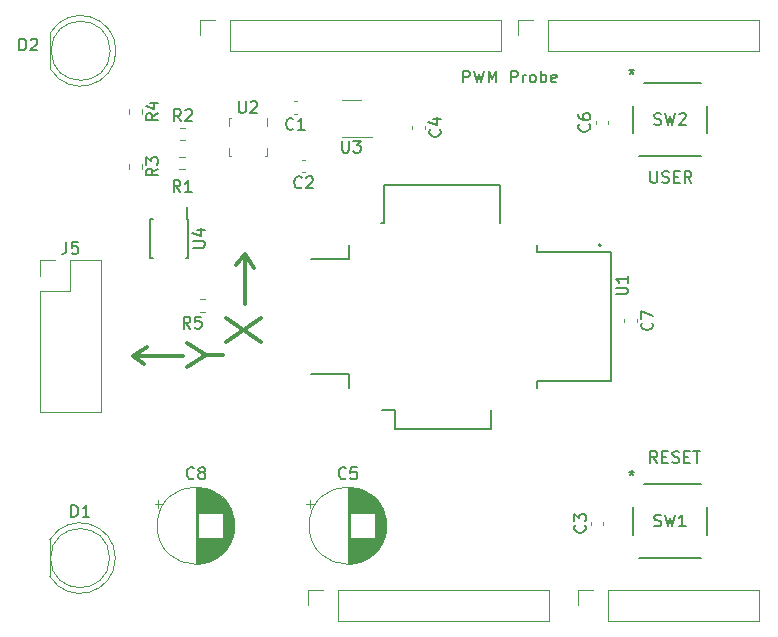
<source format=gbr>
%TF.GenerationSoftware,KiCad,Pcbnew,7.0.2-0*%
%TF.CreationDate,2024-01-05T15:54:07-05:00*%
%TF.ProjectId,ControllerShield,436f6e74-726f-46c6-9c65-72536869656c,rev?*%
%TF.SameCoordinates,Original*%
%TF.FileFunction,Legend,Top*%
%TF.FilePolarity,Positive*%
%FSLAX46Y46*%
G04 Gerber Fmt 4.6, Leading zero omitted, Abs format (unit mm)*
G04 Created by KiCad (PCBNEW 7.0.2-0) date 2024-01-05 15:54:07*
%MOMM*%
%LPD*%
G01*
G04 APERTURE LIST*
%ADD10C,0.300000*%
%ADD11C,0.150000*%
%ADD12C,0.120000*%
%ADD13C,0.127000*%
%ADD14C,0.200000*%
%ADD15C,0.152400*%
G04 APERTURE END LIST*
D10*
X133750000Y-117500000D02*
X134750000Y-118250000D01*
X143250000Y-113125000D02*
X143250000Y-108875000D01*
D11*
X133750000Y-117500000D02*
X135000000Y-116750000D01*
D10*
X144000000Y-110125000D02*
X143250000Y-108875000D01*
X143250000Y-108875000D02*
X142500000Y-109875000D01*
X135000000Y-116750000D02*
X133750000Y-117500000D01*
X138000000Y-117500000D02*
X133750000Y-117500000D01*
D11*
X177588095Y-101877619D02*
X177588095Y-102687142D01*
X177588095Y-102687142D02*
X177635714Y-102782380D01*
X177635714Y-102782380D02*
X177683333Y-102830000D01*
X177683333Y-102830000D02*
X177778571Y-102877619D01*
X177778571Y-102877619D02*
X177969047Y-102877619D01*
X177969047Y-102877619D02*
X178064285Y-102830000D01*
X178064285Y-102830000D02*
X178111904Y-102782380D01*
X178111904Y-102782380D02*
X178159523Y-102687142D01*
X178159523Y-102687142D02*
X178159523Y-101877619D01*
X178588095Y-102830000D02*
X178730952Y-102877619D01*
X178730952Y-102877619D02*
X178969047Y-102877619D01*
X178969047Y-102877619D02*
X179064285Y-102830000D01*
X179064285Y-102830000D02*
X179111904Y-102782380D01*
X179111904Y-102782380D02*
X179159523Y-102687142D01*
X179159523Y-102687142D02*
X179159523Y-102591904D01*
X179159523Y-102591904D02*
X179111904Y-102496666D01*
X179111904Y-102496666D02*
X179064285Y-102449047D01*
X179064285Y-102449047D02*
X178969047Y-102401428D01*
X178969047Y-102401428D02*
X178778571Y-102353809D01*
X178778571Y-102353809D02*
X178683333Y-102306190D01*
X178683333Y-102306190D02*
X178635714Y-102258571D01*
X178635714Y-102258571D02*
X178588095Y-102163333D01*
X178588095Y-102163333D02*
X178588095Y-102068095D01*
X178588095Y-102068095D02*
X178635714Y-101972857D01*
X178635714Y-101972857D02*
X178683333Y-101925238D01*
X178683333Y-101925238D02*
X178778571Y-101877619D01*
X178778571Y-101877619D02*
X179016666Y-101877619D01*
X179016666Y-101877619D02*
X179159523Y-101925238D01*
X179588095Y-102353809D02*
X179921428Y-102353809D01*
X180064285Y-102877619D02*
X179588095Y-102877619D01*
X179588095Y-102877619D02*
X179588095Y-101877619D01*
X179588095Y-101877619D02*
X180064285Y-101877619D01*
X181064285Y-102877619D02*
X180730952Y-102401428D01*
X180492857Y-102877619D02*
X180492857Y-101877619D01*
X180492857Y-101877619D02*
X180873809Y-101877619D01*
X180873809Y-101877619D02*
X180969047Y-101925238D01*
X180969047Y-101925238D02*
X181016666Y-101972857D01*
X181016666Y-101972857D02*
X181064285Y-102068095D01*
X181064285Y-102068095D02*
X181064285Y-102210952D01*
X181064285Y-102210952D02*
X181016666Y-102306190D01*
X181016666Y-102306190D02*
X180969047Y-102353809D01*
X180969047Y-102353809D02*
X180873809Y-102401428D01*
X180873809Y-102401428D02*
X180492857Y-102401428D01*
D10*
X141632857Y-116321428D02*
X144632857Y-114321428D01*
X141632857Y-114321428D02*
X144632857Y-116321428D01*
X139954285Y-117464285D02*
X141382857Y-117464285D01*
X138382857Y-118464285D02*
X139954285Y-117464285D01*
X139954285Y-117464285D02*
X138382857Y-116464285D01*
D11*
X178159523Y-126577619D02*
X177826190Y-126101428D01*
X177588095Y-126577619D02*
X177588095Y-125577619D01*
X177588095Y-125577619D02*
X177969047Y-125577619D01*
X177969047Y-125577619D02*
X178064285Y-125625238D01*
X178064285Y-125625238D02*
X178111904Y-125672857D01*
X178111904Y-125672857D02*
X178159523Y-125768095D01*
X178159523Y-125768095D02*
X178159523Y-125910952D01*
X178159523Y-125910952D02*
X178111904Y-126006190D01*
X178111904Y-126006190D02*
X178064285Y-126053809D01*
X178064285Y-126053809D02*
X177969047Y-126101428D01*
X177969047Y-126101428D02*
X177588095Y-126101428D01*
X178588095Y-126053809D02*
X178921428Y-126053809D01*
X179064285Y-126577619D02*
X178588095Y-126577619D01*
X178588095Y-126577619D02*
X178588095Y-125577619D01*
X178588095Y-125577619D02*
X179064285Y-125577619D01*
X179445238Y-126530000D02*
X179588095Y-126577619D01*
X179588095Y-126577619D02*
X179826190Y-126577619D01*
X179826190Y-126577619D02*
X179921428Y-126530000D01*
X179921428Y-126530000D02*
X179969047Y-126482380D01*
X179969047Y-126482380D02*
X180016666Y-126387142D01*
X180016666Y-126387142D02*
X180016666Y-126291904D01*
X180016666Y-126291904D02*
X179969047Y-126196666D01*
X179969047Y-126196666D02*
X179921428Y-126149047D01*
X179921428Y-126149047D02*
X179826190Y-126101428D01*
X179826190Y-126101428D02*
X179635714Y-126053809D01*
X179635714Y-126053809D02*
X179540476Y-126006190D01*
X179540476Y-126006190D02*
X179492857Y-125958571D01*
X179492857Y-125958571D02*
X179445238Y-125863333D01*
X179445238Y-125863333D02*
X179445238Y-125768095D01*
X179445238Y-125768095D02*
X179492857Y-125672857D01*
X179492857Y-125672857D02*
X179540476Y-125625238D01*
X179540476Y-125625238D02*
X179635714Y-125577619D01*
X179635714Y-125577619D02*
X179873809Y-125577619D01*
X179873809Y-125577619D02*
X180016666Y-125625238D01*
X180445238Y-126053809D02*
X180778571Y-126053809D01*
X180921428Y-126577619D02*
X180445238Y-126577619D01*
X180445238Y-126577619D02*
X180445238Y-125577619D01*
X180445238Y-125577619D02*
X180921428Y-125577619D01*
X181207143Y-125577619D02*
X181778571Y-125577619D01*
X181492857Y-126577619D02*
X181492857Y-125577619D01*
X161738095Y-94377619D02*
X161738095Y-93377619D01*
X161738095Y-93377619D02*
X162119047Y-93377619D01*
X162119047Y-93377619D02*
X162214285Y-93425238D01*
X162214285Y-93425238D02*
X162261904Y-93472857D01*
X162261904Y-93472857D02*
X162309523Y-93568095D01*
X162309523Y-93568095D02*
X162309523Y-93710952D01*
X162309523Y-93710952D02*
X162261904Y-93806190D01*
X162261904Y-93806190D02*
X162214285Y-93853809D01*
X162214285Y-93853809D02*
X162119047Y-93901428D01*
X162119047Y-93901428D02*
X161738095Y-93901428D01*
X162642857Y-93377619D02*
X162880952Y-94377619D01*
X162880952Y-94377619D02*
X163071428Y-93663333D01*
X163071428Y-93663333D02*
X163261904Y-94377619D01*
X163261904Y-94377619D02*
X163500000Y-93377619D01*
X163880952Y-94377619D02*
X163880952Y-93377619D01*
X163880952Y-93377619D02*
X164214285Y-94091904D01*
X164214285Y-94091904D02*
X164547618Y-93377619D01*
X164547618Y-93377619D02*
X164547618Y-94377619D01*
X165785714Y-94377619D02*
X165785714Y-93377619D01*
X165785714Y-93377619D02*
X166166666Y-93377619D01*
X166166666Y-93377619D02*
X166261904Y-93425238D01*
X166261904Y-93425238D02*
X166309523Y-93472857D01*
X166309523Y-93472857D02*
X166357142Y-93568095D01*
X166357142Y-93568095D02*
X166357142Y-93710952D01*
X166357142Y-93710952D02*
X166309523Y-93806190D01*
X166309523Y-93806190D02*
X166261904Y-93853809D01*
X166261904Y-93853809D02*
X166166666Y-93901428D01*
X166166666Y-93901428D02*
X165785714Y-93901428D01*
X166785714Y-94377619D02*
X166785714Y-93710952D01*
X166785714Y-93901428D02*
X166833333Y-93806190D01*
X166833333Y-93806190D02*
X166880952Y-93758571D01*
X166880952Y-93758571D02*
X166976190Y-93710952D01*
X166976190Y-93710952D02*
X167071428Y-93710952D01*
X167547619Y-94377619D02*
X167452381Y-94330000D01*
X167452381Y-94330000D02*
X167404762Y-94282380D01*
X167404762Y-94282380D02*
X167357143Y-94187142D01*
X167357143Y-94187142D02*
X167357143Y-93901428D01*
X167357143Y-93901428D02*
X167404762Y-93806190D01*
X167404762Y-93806190D02*
X167452381Y-93758571D01*
X167452381Y-93758571D02*
X167547619Y-93710952D01*
X167547619Y-93710952D02*
X167690476Y-93710952D01*
X167690476Y-93710952D02*
X167785714Y-93758571D01*
X167785714Y-93758571D02*
X167833333Y-93806190D01*
X167833333Y-93806190D02*
X167880952Y-93901428D01*
X167880952Y-93901428D02*
X167880952Y-94187142D01*
X167880952Y-94187142D02*
X167833333Y-94282380D01*
X167833333Y-94282380D02*
X167785714Y-94330000D01*
X167785714Y-94330000D02*
X167690476Y-94377619D01*
X167690476Y-94377619D02*
X167547619Y-94377619D01*
X168309524Y-94377619D02*
X168309524Y-93377619D01*
X168309524Y-93758571D02*
X168404762Y-93710952D01*
X168404762Y-93710952D02*
X168595238Y-93710952D01*
X168595238Y-93710952D02*
X168690476Y-93758571D01*
X168690476Y-93758571D02*
X168738095Y-93806190D01*
X168738095Y-93806190D02*
X168785714Y-93901428D01*
X168785714Y-93901428D02*
X168785714Y-94187142D01*
X168785714Y-94187142D02*
X168738095Y-94282380D01*
X168738095Y-94282380D02*
X168690476Y-94330000D01*
X168690476Y-94330000D02*
X168595238Y-94377619D01*
X168595238Y-94377619D02*
X168404762Y-94377619D01*
X168404762Y-94377619D02*
X168309524Y-94330000D01*
X169595238Y-94330000D02*
X169500000Y-94377619D01*
X169500000Y-94377619D02*
X169309524Y-94377619D01*
X169309524Y-94377619D02*
X169214286Y-94330000D01*
X169214286Y-94330000D02*
X169166667Y-94234761D01*
X169166667Y-94234761D02*
X169166667Y-93853809D01*
X169166667Y-93853809D02*
X169214286Y-93758571D01*
X169214286Y-93758571D02*
X169309524Y-93710952D01*
X169309524Y-93710952D02*
X169500000Y-93710952D01*
X169500000Y-93710952D02*
X169595238Y-93758571D01*
X169595238Y-93758571D02*
X169642857Y-93853809D01*
X169642857Y-93853809D02*
X169642857Y-93949047D01*
X169642857Y-93949047D02*
X169166667Y-94044285D01*
%TO.C,D1*%
X128556905Y-131152619D02*
X128556905Y-130152619D01*
X128556905Y-130152619D02*
X128795000Y-130152619D01*
X128795000Y-130152619D02*
X128937857Y-130200238D01*
X128937857Y-130200238D02*
X129033095Y-130295476D01*
X129033095Y-130295476D02*
X129080714Y-130390714D01*
X129080714Y-130390714D02*
X129128333Y-130581190D01*
X129128333Y-130581190D02*
X129128333Y-130724047D01*
X129128333Y-130724047D02*
X129080714Y-130914523D01*
X129080714Y-130914523D02*
X129033095Y-131009761D01*
X129033095Y-131009761D02*
X128937857Y-131105000D01*
X128937857Y-131105000D02*
X128795000Y-131152619D01*
X128795000Y-131152619D02*
X128556905Y-131152619D01*
X130080714Y-131152619D02*
X129509286Y-131152619D01*
X129795000Y-131152619D02*
X129795000Y-130152619D01*
X129795000Y-130152619D02*
X129699762Y-130295476D01*
X129699762Y-130295476D02*
X129604524Y-130390714D01*
X129604524Y-130390714D02*
X129509286Y-130438333D01*
%TO.C,C3*%
X172037380Y-131866666D02*
X172085000Y-131914285D01*
X172085000Y-131914285D02*
X172132619Y-132057142D01*
X172132619Y-132057142D02*
X172132619Y-132152380D01*
X172132619Y-132152380D02*
X172085000Y-132295237D01*
X172085000Y-132295237D02*
X171989761Y-132390475D01*
X171989761Y-132390475D02*
X171894523Y-132438094D01*
X171894523Y-132438094D02*
X171704047Y-132485713D01*
X171704047Y-132485713D02*
X171561190Y-132485713D01*
X171561190Y-132485713D02*
X171370714Y-132438094D01*
X171370714Y-132438094D02*
X171275476Y-132390475D01*
X171275476Y-132390475D02*
X171180238Y-132295237D01*
X171180238Y-132295237D02*
X171132619Y-132152380D01*
X171132619Y-132152380D02*
X171132619Y-132057142D01*
X171132619Y-132057142D02*
X171180238Y-131914285D01*
X171180238Y-131914285D02*
X171227857Y-131866666D01*
X171132619Y-131533332D02*
X171132619Y-130914285D01*
X171132619Y-130914285D02*
X171513571Y-131247618D01*
X171513571Y-131247618D02*
X171513571Y-131104761D01*
X171513571Y-131104761D02*
X171561190Y-131009523D01*
X171561190Y-131009523D02*
X171608809Y-130961904D01*
X171608809Y-130961904D02*
X171704047Y-130914285D01*
X171704047Y-130914285D02*
X171942142Y-130914285D01*
X171942142Y-130914285D02*
X172037380Y-130961904D01*
X172037380Y-130961904D02*
X172085000Y-131009523D01*
X172085000Y-131009523D02*
X172132619Y-131104761D01*
X172132619Y-131104761D02*
X172132619Y-131390475D01*
X172132619Y-131390475D02*
X172085000Y-131485713D01*
X172085000Y-131485713D02*
X172037380Y-131533332D01*
%TO.C,C8*%
X138933333Y-127867380D02*
X138885714Y-127915000D01*
X138885714Y-127915000D02*
X138742857Y-127962619D01*
X138742857Y-127962619D02*
X138647619Y-127962619D01*
X138647619Y-127962619D02*
X138504762Y-127915000D01*
X138504762Y-127915000D02*
X138409524Y-127819761D01*
X138409524Y-127819761D02*
X138361905Y-127724523D01*
X138361905Y-127724523D02*
X138314286Y-127534047D01*
X138314286Y-127534047D02*
X138314286Y-127391190D01*
X138314286Y-127391190D02*
X138361905Y-127200714D01*
X138361905Y-127200714D02*
X138409524Y-127105476D01*
X138409524Y-127105476D02*
X138504762Y-127010238D01*
X138504762Y-127010238D02*
X138647619Y-126962619D01*
X138647619Y-126962619D02*
X138742857Y-126962619D01*
X138742857Y-126962619D02*
X138885714Y-127010238D01*
X138885714Y-127010238D02*
X138933333Y-127057857D01*
X139504762Y-127391190D02*
X139409524Y-127343571D01*
X139409524Y-127343571D02*
X139361905Y-127295952D01*
X139361905Y-127295952D02*
X139314286Y-127200714D01*
X139314286Y-127200714D02*
X139314286Y-127153095D01*
X139314286Y-127153095D02*
X139361905Y-127057857D01*
X139361905Y-127057857D02*
X139409524Y-127010238D01*
X139409524Y-127010238D02*
X139504762Y-126962619D01*
X139504762Y-126962619D02*
X139695238Y-126962619D01*
X139695238Y-126962619D02*
X139790476Y-127010238D01*
X139790476Y-127010238D02*
X139838095Y-127057857D01*
X139838095Y-127057857D02*
X139885714Y-127153095D01*
X139885714Y-127153095D02*
X139885714Y-127200714D01*
X139885714Y-127200714D02*
X139838095Y-127295952D01*
X139838095Y-127295952D02*
X139790476Y-127343571D01*
X139790476Y-127343571D02*
X139695238Y-127391190D01*
X139695238Y-127391190D02*
X139504762Y-127391190D01*
X139504762Y-127391190D02*
X139409524Y-127438809D01*
X139409524Y-127438809D02*
X139361905Y-127486428D01*
X139361905Y-127486428D02*
X139314286Y-127581666D01*
X139314286Y-127581666D02*
X139314286Y-127772142D01*
X139314286Y-127772142D02*
X139361905Y-127867380D01*
X139361905Y-127867380D02*
X139409524Y-127915000D01*
X139409524Y-127915000D02*
X139504762Y-127962619D01*
X139504762Y-127962619D02*
X139695238Y-127962619D01*
X139695238Y-127962619D02*
X139790476Y-127915000D01*
X139790476Y-127915000D02*
X139838095Y-127867380D01*
X139838095Y-127867380D02*
X139885714Y-127772142D01*
X139885714Y-127772142D02*
X139885714Y-127581666D01*
X139885714Y-127581666D02*
X139838095Y-127486428D01*
X139838095Y-127486428D02*
X139790476Y-127438809D01*
X139790476Y-127438809D02*
X139695238Y-127391190D01*
%TO.C,R2*%
X137833333Y-97657619D02*
X137500000Y-97181428D01*
X137261905Y-97657619D02*
X137261905Y-96657619D01*
X137261905Y-96657619D02*
X137642857Y-96657619D01*
X137642857Y-96657619D02*
X137738095Y-96705238D01*
X137738095Y-96705238D02*
X137785714Y-96752857D01*
X137785714Y-96752857D02*
X137833333Y-96848095D01*
X137833333Y-96848095D02*
X137833333Y-96990952D01*
X137833333Y-96990952D02*
X137785714Y-97086190D01*
X137785714Y-97086190D02*
X137738095Y-97133809D01*
X137738095Y-97133809D02*
X137642857Y-97181428D01*
X137642857Y-97181428D02*
X137261905Y-97181428D01*
X138214286Y-96752857D02*
X138261905Y-96705238D01*
X138261905Y-96705238D02*
X138357143Y-96657619D01*
X138357143Y-96657619D02*
X138595238Y-96657619D01*
X138595238Y-96657619D02*
X138690476Y-96705238D01*
X138690476Y-96705238D02*
X138738095Y-96752857D01*
X138738095Y-96752857D02*
X138785714Y-96848095D01*
X138785714Y-96848095D02*
X138785714Y-96943333D01*
X138785714Y-96943333D02*
X138738095Y-97086190D01*
X138738095Y-97086190D02*
X138166667Y-97657619D01*
X138166667Y-97657619D02*
X138785714Y-97657619D01*
%TO.C,R4*%
X135892619Y-96991666D02*
X135416428Y-97324999D01*
X135892619Y-97563094D02*
X134892619Y-97563094D01*
X134892619Y-97563094D02*
X134892619Y-97182142D01*
X134892619Y-97182142D02*
X134940238Y-97086904D01*
X134940238Y-97086904D02*
X134987857Y-97039285D01*
X134987857Y-97039285D02*
X135083095Y-96991666D01*
X135083095Y-96991666D02*
X135225952Y-96991666D01*
X135225952Y-96991666D02*
X135321190Y-97039285D01*
X135321190Y-97039285D02*
X135368809Y-97086904D01*
X135368809Y-97086904D02*
X135416428Y-97182142D01*
X135416428Y-97182142D02*
X135416428Y-97563094D01*
X135225952Y-96134523D02*
X135892619Y-96134523D01*
X134845000Y-96372618D02*
X135559285Y-96610713D01*
X135559285Y-96610713D02*
X135559285Y-95991666D01*
%TO.C,U1*%
X174647619Y-112331904D02*
X175457142Y-112331904D01*
X175457142Y-112331904D02*
X175552380Y-112284285D01*
X175552380Y-112284285D02*
X175600000Y-112236666D01*
X175600000Y-112236666D02*
X175647619Y-112141428D01*
X175647619Y-112141428D02*
X175647619Y-111950952D01*
X175647619Y-111950952D02*
X175600000Y-111855714D01*
X175600000Y-111855714D02*
X175552380Y-111808095D01*
X175552380Y-111808095D02*
X175457142Y-111760476D01*
X175457142Y-111760476D02*
X174647619Y-111760476D01*
X175647619Y-110760476D02*
X175647619Y-111331904D01*
X175647619Y-111046190D02*
X174647619Y-111046190D01*
X174647619Y-111046190D02*
X174790476Y-111141428D01*
X174790476Y-111141428D02*
X174885714Y-111236666D01*
X174885714Y-111236666D02*
X174933333Y-111331904D01*
%TO.C,D2*%
X124161905Y-91662619D02*
X124161905Y-90662619D01*
X124161905Y-90662619D02*
X124400000Y-90662619D01*
X124400000Y-90662619D02*
X124542857Y-90710238D01*
X124542857Y-90710238D02*
X124638095Y-90805476D01*
X124638095Y-90805476D02*
X124685714Y-90900714D01*
X124685714Y-90900714D02*
X124733333Y-91091190D01*
X124733333Y-91091190D02*
X124733333Y-91234047D01*
X124733333Y-91234047D02*
X124685714Y-91424523D01*
X124685714Y-91424523D02*
X124638095Y-91519761D01*
X124638095Y-91519761D02*
X124542857Y-91615000D01*
X124542857Y-91615000D02*
X124400000Y-91662619D01*
X124400000Y-91662619D02*
X124161905Y-91662619D01*
X125114286Y-90757857D02*
X125161905Y-90710238D01*
X125161905Y-90710238D02*
X125257143Y-90662619D01*
X125257143Y-90662619D02*
X125495238Y-90662619D01*
X125495238Y-90662619D02*
X125590476Y-90710238D01*
X125590476Y-90710238D02*
X125638095Y-90757857D01*
X125638095Y-90757857D02*
X125685714Y-90853095D01*
X125685714Y-90853095D02*
X125685714Y-90948333D01*
X125685714Y-90948333D02*
X125638095Y-91091190D01*
X125638095Y-91091190D02*
X125066667Y-91662619D01*
X125066667Y-91662619D02*
X125685714Y-91662619D01*
%TO.C,SW1*%
X177916667Y-131925599D02*
X178059524Y-131973218D01*
X178059524Y-131973218D02*
X178297619Y-131973218D01*
X178297619Y-131973218D02*
X178392857Y-131925599D01*
X178392857Y-131925599D02*
X178440476Y-131877979D01*
X178440476Y-131877979D02*
X178488095Y-131782741D01*
X178488095Y-131782741D02*
X178488095Y-131687503D01*
X178488095Y-131687503D02*
X178440476Y-131592265D01*
X178440476Y-131592265D02*
X178392857Y-131544646D01*
X178392857Y-131544646D02*
X178297619Y-131497027D01*
X178297619Y-131497027D02*
X178107143Y-131449408D01*
X178107143Y-131449408D02*
X178011905Y-131401789D01*
X178011905Y-131401789D02*
X177964286Y-131354170D01*
X177964286Y-131354170D02*
X177916667Y-131258932D01*
X177916667Y-131258932D02*
X177916667Y-131163694D01*
X177916667Y-131163694D02*
X177964286Y-131068456D01*
X177964286Y-131068456D02*
X178011905Y-131020837D01*
X178011905Y-131020837D02*
X178107143Y-130973218D01*
X178107143Y-130973218D02*
X178345238Y-130973218D01*
X178345238Y-130973218D02*
X178488095Y-131020837D01*
X178821429Y-130973218D02*
X179059524Y-131973218D01*
X179059524Y-131973218D02*
X179250000Y-131258932D01*
X179250000Y-131258932D02*
X179440476Y-131973218D01*
X179440476Y-131973218D02*
X179678572Y-130973218D01*
X180583333Y-131973218D02*
X180011905Y-131973218D01*
X180297619Y-131973218D02*
X180297619Y-130973218D01*
X180297619Y-130973218D02*
X180202381Y-131116075D01*
X180202381Y-131116075D02*
X180107143Y-131211313D01*
X180107143Y-131211313D02*
X180011905Y-131258932D01*
X176000000Y-127211918D02*
X176000000Y-127450013D01*
X175761905Y-127354775D02*
X176000000Y-127450013D01*
X176000000Y-127450013D02*
X176238095Y-127354775D01*
X175857143Y-127640489D02*
X176000000Y-127450013D01*
X176000000Y-127450013D02*
X176142857Y-127640489D01*
%TO.C,C1*%
X147358333Y-98297380D02*
X147310714Y-98345000D01*
X147310714Y-98345000D02*
X147167857Y-98392619D01*
X147167857Y-98392619D02*
X147072619Y-98392619D01*
X147072619Y-98392619D02*
X146929762Y-98345000D01*
X146929762Y-98345000D02*
X146834524Y-98249761D01*
X146834524Y-98249761D02*
X146786905Y-98154523D01*
X146786905Y-98154523D02*
X146739286Y-97964047D01*
X146739286Y-97964047D02*
X146739286Y-97821190D01*
X146739286Y-97821190D02*
X146786905Y-97630714D01*
X146786905Y-97630714D02*
X146834524Y-97535476D01*
X146834524Y-97535476D02*
X146929762Y-97440238D01*
X146929762Y-97440238D02*
X147072619Y-97392619D01*
X147072619Y-97392619D02*
X147167857Y-97392619D01*
X147167857Y-97392619D02*
X147310714Y-97440238D01*
X147310714Y-97440238D02*
X147358333Y-97487857D01*
X148310714Y-98392619D02*
X147739286Y-98392619D01*
X148025000Y-98392619D02*
X148025000Y-97392619D01*
X148025000Y-97392619D02*
X147929762Y-97535476D01*
X147929762Y-97535476D02*
X147834524Y-97630714D01*
X147834524Y-97630714D02*
X147739286Y-97678333D01*
%TO.C,U4*%
X138862619Y-108361904D02*
X139672142Y-108361904D01*
X139672142Y-108361904D02*
X139767380Y-108314285D01*
X139767380Y-108314285D02*
X139815000Y-108266666D01*
X139815000Y-108266666D02*
X139862619Y-108171428D01*
X139862619Y-108171428D02*
X139862619Y-107980952D01*
X139862619Y-107980952D02*
X139815000Y-107885714D01*
X139815000Y-107885714D02*
X139767380Y-107838095D01*
X139767380Y-107838095D02*
X139672142Y-107790476D01*
X139672142Y-107790476D02*
X138862619Y-107790476D01*
X139195952Y-106885714D02*
X139862619Y-106885714D01*
X138815000Y-107123809D02*
X139529285Y-107361904D01*
X139529285Y-107361904D02*
X139529285Y-106742857D01*
%TO.C,C6*%
X172387380Y-97916666D02*
X172435000Y-97964285D01*
X172435000Y-97964285D02*
X172482619Y-98107142D01*
X172482619Y-98107142D02*
X172482619Y-98202380D01*
X172482619Y-98202380D02*
X172435000Y-98345237D01*
X172435000Y-98345237D02*
X172339761Y-98440475D01*
X172339761Y-98440475D02*
X172244523Y-98488094D01*
X172244523Y-98488094D02*
X172054047Y-98535713D01*
X172054047Y-98535713D02*
X171911190Y-98535713D01*
X171911190Y-98535713D02*
X171720714Y-98488094D01*
X171720714Y-98488094D02*
X171625476Y-98440475D01*
X171625476Y-98440475D02*
X171530238Y-98345237D01*
X171530238Y-98345237D02*
X171482619Y-98202380D01*
X171482619Y-98202380D02*
X171482619Y-98107142D01*
X171482619Y-98107142D02*
X171530238Y-97964285D01*
X171530238Y-97964285D02*
X171577857Y-97916666D01*
X171482619Y-97059523D02*
X171482619Y-97249999D01*
X171482619Y-97249999D02*
X171530238Y-97345237D01*
X171530238Y-97345237D02*
X171577857Y-97392856D01*
X171577857Y-97392856D02*
X171720714Y-97488094D01*
X171720714Y-97488094D02*
X171911190Y-97535713D01*
X171911190Y-97535713D02*
X172292142Y-97535713D01*
X172292142Y-97535713D02*
X172387380Y-97488094D01*
X172387380Y-97488094D02*
X172435000Y-97440475D01*
X172435000Y-97440475D02*
X172482619Y-97345237D01*
X172482619Y-97345237D02*
X172482619Y-97154761D01*
X172482619Y-97154761D02*
X172435000Y-97059523D01*
X172435000Y-97059523D02*
X172387380Y-97011904D01*
X172387380Y-97011904D02*
X172292142Y-96964285D01*
X172292142Y-96964285D02*
X172054047Y-96964285D01*
X172054047Y-96964285D02*
X171958809Y-97011904D01*
X171958809Y-97011904D02*
X171911190Y-97059523D01*
X171911190Y-97059523D02*
X171863571Y-97154761D01*
X171863571Y-97154761D02*
X171863571Y-97345237D01*
X171863571Y-97345237D02*
X171911190Y-97440475D01*
X171911190Y-97440475D02*
X171958809Y-97488094D01*
X171958809Y-97488094D02*
X172054047Y-97535713D01*
%TO.C,R5*%
X138633333Y-115212619D02*
X138300000Y-114736428D01*
X138061905Y-115212619D02*
X138061905Y-114212619D01*
X138061905Y-114212619D02*
X138442857Y-114212619D01*
X138442857Y-114212619D02*
X138538095Y-114260238D01*
X138538095Y-114260238D02*
X138585714Y-114307857D01*
X138585714Y-114307857D02*
X138633333Y-114403095D01*
X138633333Y-114403095D02*
X138633333Y-114545952D01*
X138633333Y-114545952D02*
X138585714Y-114641190D01*
X138585714Y-114641190D02*
X138538095Y-114688809D01*
X138538095Y-114688809D02*
X138442857Y-114736428D01*
X138442857Y-114736428D02*
X138061905Y-114736428D01*
X139538095Y-114212619D02*
X139061905Y-114212619D01*
X139061905Y-114212619D02*
X139014286Y-114688809D01*
X139014286Y-114688809D02*
X139061905Y-114641190D01*
X139061905Y-114641190D02*
X139157143Y-114593571D01*
X139157143Y-114593571D02*
X139395238Y-114593571D01*
X139395238Y-114593571D02*
X139490476Y-114641190D01*
X139490476Y-114641190D02*
X139538095Y-114688809D01*
X139538095Y-114688809D02*
X139585714Y-114784047D01*
X139585714Y-114784047D02*
X139585714Y-115022142D01*
X139585714Y-115022142D02*
X139538095Y-115117380D01*
X139538095Y-115117380D02*
X139490476Y-115165000D01*
X139490476Y-115165000D02*
X139395238Y-115212619D01*
X139395238Y-115212619D02*
X139157143Y-115212619D01*
X139157143Y-115212619D02*
X139061905Y-115165000D01*
X139061905Y-115165000D02*
X139014286Y-115117380D01*
%TO.C,SW2*%
X177916667Y-97925599D02*
X178059524Y-97973218D01*
X178059524Y-97973218D02*
X178297619Y-97973218D01*
X178297619Y-97973218D02*
X178392857Y-97925599D01*
X178392857Y-97925599D02*
X178440476Y-97877979D01*
X178440476Y-97877979D02*
X178488095Y-97782741D01*
X178488095Y-97782741D02*
X178488095Y-97687503D01*
X178488095Y-97687503D02*
X178440476Y-97592265D01*
X178440476Y-97592265D02*
X178392857Y-97544646D01*
X178392857Y-97544646D02*
X178297619Y-97497027D01*
X178297619Y-97497027D02*
X178107143Y-97449408D01*
X178107143Y-97449408D02*
X178011905Y-97401789D01*
X178011905Y-97401789D02*
X177964286Y-97354170D01*
X177964286Y-97354170D02*
X177916667Y-97258932D01*
X177916667Y-97258932D02*
X177916667Y-97163694D01*
X177916667Y-97163694D02*
X177964286Y-97068456D01*
X177964286Y-97068456D02*
X178011905Y-97020837D01*
X178011905Y-97020837D02*
X178107143Y-96973218D01*
X178107143Y-96973218D02*
X178345238Y-96973218D01*
X178345238Y-96973218D02*
X178488095Y-97020837D01*
X178821429Y-96973218D02*
X179059524Y-97973218D01*
X179059524Y-97973218D02*
X179250000Y-97258932D01*
X179250000Y-97258932D02*
X179440476Y-97973218D01*
X179440476Y-97973218D02*
X179678572Y-96973218D01*
X180011905Y-97068456D02*
X180059524Y-97020837D01*
X180059524Y-97020837D02*
X180154762Y-96973218D01*
X180154762Y-96973218D02*
X180392857Y-96973218D01*
X180392857Y-96973218D02*
X180488095Y-97020837D01*
X180488095Y-97020837D02*
X180535714Y-97068456D01*
X180535714Y-97068456D02*
X180583333Y-97163694D01*
X180583333Y-97163694D02*
X180583333Y-97258932D01*
X180583333Y-97258932D02*
X180535714Y-97401789D01*
X180535714Y-97401789D02*
X179964286Y-97973218D01*
X179964286Y-97973218D02*
X180583333Y-97973218D01*
X176000000Y-93211918D02*
X176000000Y-93450013D01*
X175761905Y-93354775D02*
X176000000Y-93450013D01*
X176000000Y-93450013D02*
X176238095Y-93354775D01*
X175857143Y-93640489D02*
X176000000Y-93450013D01*
X176000000Y-93450013D02*
X176142857Y-93640489D01*
%TO.C,R3*%
X135892619Y-101666666D02*
X135416428Y-101999999D01*
X135892619Y-102238094D02*
X134892619Y-102238094D01*
X134892619Y-102238094D02*
X134892619Y-101857142D01*
X134892619Y-101857142D02*
X134940238Y-101761904D01*
X134940238Y-101761904D02*
X134987857Y-101714285D01*
X134987857Y-101714285D02*
X135083095Y-101666666D01*
X135083095Y-101666666D02*
X135225952Y-101666666D01*
X135225952Y-101666666D02*
X135321190Y-101714285D01*
X135321190Y-101714285D02*
X135368809Y-101761904D01*
X135368809Y-101761904D02*
X135416428Y-101857142D01*
X135416428Y-101857142D02*
X135416428Y-102238094D01*
X134892619Y-101333332D02*
X134892619Y-100714285D01*
X134892619Y-100714285D02*
X135273571Y-101047618D01*
X135273571Y-101047618D02*
X135273571Y-100904761D01*
X135273571Y-100904761D02*
X135321190Y-100809523D01*
X135321190Y-100809523D02*
X135368809Y-100761904D01*
X135368809Y-100761904D02*
X135464047Y-100714285D01*
X135464047Y-100714285D02*
X135702142Y-100714285D01*
X135702142Y-100714285D02*
X135797380Y-100761904D01*
X135797380Y-100761904D02*
X135845000Y-100809523D01*
X135845000Y-100809523D02*
X135892619Y-100904761D01*
X135892619Y-100904761D02*
X135892619Y-101190475D01*
X135892619Y-101190475D02*
X135845000Y-101285713D01*
X135845000Y-101285713D02*
X135797380Y-101333332D01*
%TO.C,C4*%
X159747380Y-98341666D02*
X159795000Y-98389285D01*
X159795000Y-98389285D02*
X159842619Y-98532142D01*
X159842619Y-98532142D02*
X159842619Y-98627380D01*
X159842619Y-98627380D02*
X159795000Y-98770237D01*
X159795000Y-98770237D02*
X159699761Y-98865475D01*
X159699761Y-98865475D02*
X159604523Y-98913094D01*
X159604523Y-98913094D02*
X159414047Y-98960713D01*
X159414047Y-98960713D02*
X159271190Y-98960713D01*
X159271190Y-98960713D02*
X159080714Y-98913094D01*
X159080714Y-98913094D02*
X158985476Y-98865475D01*
X158985476Y-98865475D02*
X158890238Y-98770237D01*
X158890238Y-98770237D02*
X158842619Y-98627380D01*
X158842619Y-98627380D02*
X158842619Y-98532142D01*
X158842619Y-98532142D02*
X158890238Y-98389285D01*
X158890238Y-98389285D02*
X158937857Y-98341666D01*
X159175952Y-97484523D02*
X159842619Y-97484523D01*
X158795000Y-97722618D02*
X159509285Y-97960713D01*
X159509285Y-97960713D02*
X159509285Y-97341666D01*
%TO.C,U3*%
X151488095Y-99312619D02*
X151488095Y-100122142D01*
X151488095Y-100122142D02*
X151535714Y-100217380D01*
X151535714Y-100217380D02*
X151583333Y-100265000D01*
X151583333Y-100265000D02*
X151678571Y-100312619D01*
X151678571Y-100312619D02*
X151869047Y-100312619D01*
X151869047Y-100312619D02*
X151964285Y-100265000D01*
X151964285Y-100265000D02*
X152011904Y-100217380D01*
X152011904Y-100217380D02*
X152059523Y-100122142D01*
X152059523Y-100122142D02*
X152059523Y-99312619D01*
X152440476Y-99312619D02*
X153059523Y-99312619D01*
X153059523Y-99312619D02*
X152726190Y-99693571D01*
X152726190Y-99693571D02*
X152869047Y-99693571D01*
X152869047Y-99693571D02*
X152964285Y-99741190D01*
X152964285Y-99741190D02*
X153011904Y-99788809D01*
X153011904Y-99788809D02*
X153059523Y-99884047D01*
X153059523Y-99884047D02*
X153059523Y-100122142D01*
X153059523Y-100122142D02*
X153011904Y-100217380D01*
X153011904Y-100217380D02*
X152964285Y-100265000D01*
X152964285Y-100265000D02*
X152869047Y-100312619D01*
X152869047Y-100312619D02*
X152583333Y-100312619D01*
X152583333Y-100312619D02*
X152488095Y-100265000D01*
X152488095Y-100265000D02*
X152440476Y-100217380D01*
%TO.C,C2*%
X148058333Y-103242380D02*
X148010714Y-103290000D01*
X148010714Y-103290000D02*
X147867857Y-103337619D01*
X147867857Y-103337619D02*
X147772619Y-103337619D01*
X147772619Y-103337619D02*
X147629762Y-103290000D01*
X147629762Y-103290000D02*
X147534524Y-103194761D01*
X147534524Y-103194761D02*
X147486905Y-103099523D01*
X147486905Y-103099523D02*
X147439286Y-102909047D01*
X147439286Y-102909047D02*
X147439286Y-102766190D01*
X147439286Y-102766190D02*
X147486905Y-102575714D01*
X147486905Y-102575714D02*
X147534524Y-102480476D01*
X147534524Y-102480476D02*
X147629762Y-102385238D01*
X147629762Y-102385238D02*
X147772619Y-102337619D01*
X147772619Y-102337619D02*
X147867857Y-102337619D01*
X147867857Y-102337619D02*
X148010714Y-102385238D01*
X148010714Y-102385238D02*
X148058333Y-102432857D01*
X148439286Y-102432857D02*
X148486905Y-102385238D01*
X148486905Y-102385238D02*
X148582143Y-102337619D01*
X148582143Y-102337619D02*
X148820238Y-102337619D01*
X148820238Y-102337619D02*
X148915476Y-102385238D01*
X148915476Y-102385238D02*
X148963095Y-102432857D01*
X148963095Y-102432857D02*
X149010714Y-102528095D01*
X149010714Y-102528095D02*
X149010714Y-102623333D01*
X149010714Y-102623333D02*
X148963095Y-102766190D01*
X148963095Y-102766190D02*
X148391667Y-103337619D01*
X148391667Y-103337619D02*
X149010714Y-103337619D01*
%TO.C,C7*%
X177697380Y-114716666D02*
X177745000Y-114764285D01*
X177745000Y-114764285D02*
X177792619Y-114907142D01*
X177792619Y-114907142D02*
X177792619Y-115002380D01*
X177792619Y-115002380D02*
X177745000Y-115145237D01*
X177745000Y-115145237D02*
X177649761Y-115240475D01*
X177649761Y-115240475D02*
X177554523Y-115288094D01*
X177554523Y-115288094D02*
X177364047Y-115335713D01*
X177364047Y-115335713D02*
X177221190Y-115335713D01*
X177221190Y-115335713D02*
X177030714Y-115288094D01*
X177030714Y-115288094D02*
X176935476Y-115240475D01*
X176935476Y-115240475D02*
X176840238Y-115145237D01*
X176840238Y-115145237D02*
X176792619Y-115002380D01*
X176792619Y-115002380D02*
X176792619Y-114907142D01*
X176792619Y-114907142D02*
X176840238Y-114764285D01*
X176840238Y-114764285D02*
X176887857Y-114716666D01*
X176792619Y-114383332D02*
X176792619Y-113716666D01*
X176792619Y-113716666D02*
X177792619Y-114145237D01*
%TO.C,R1*%
X137783333Y-103657619D02*
X137450000Y-103181428D01*
X137211905Y-103657619D02*
X137211905Y-102657619D01*
X137211905Y-102657619D02*
X137592857Y-102657619D01*
X137592857Y-102657619D02*
X137688095Y-102705238D01*
X137688095Y-102705238D02*
X137735714Y-102752857D01*
X137735714Y-102752857D02*
X137783333Y-102848095D01*
X137783333Y-102848095D02*
X137783333Y-102990952D01*
X137783333Y-102990952D02*
X137735714Y-103086190D01*
X137735714Y-103086190D02*
X137688095Y-103133809D01*
X137688095Y-103133809D02*
X137592857Y-103181428D01*
X137592857Y-103181428D02*
X137211905Y-103181428D01*
X138735714Y-103657619D02*
X138164286Y-103657619D01*
X138450000Y-103657619D02*
X138450000Y-102657619D01*
X138450000Y-102657619D02*
X138354762Y-102800476D01*
X138354762Y-102800476D02*
X138259524Y-102895714D01*
X138259524Y-102895714D02*
X138164286Y-102943333D01*
%TO.C,J5*%
X128146666Y-107882619D02*
X128146666Y-108596904D01*
X128146666Y-108596904D02*
X128099047Y-108739761D01*
X128099047Y-108739761D02*
X128003809Y-108835000D01*
X128003809Y-108835000D02*
X127860952Y-108882619D01*
X127860952Y-108882619D02*
X127765714Y-108882619D01*
X129099047Y-107882619D02*
X128622857Y-107882619D01*
X128622857Y-107882619D02*
X128575238Y-108358809D01*
X128575238Y-108358809D02*
X128622857Y-108311190D01*
X128622857Y-108311190D02*
X128718095Y-108263571D01*
X128718095Y-108263571D02*
X128956190Y-108263571D01*
X128956190Y-108263571D02*
X129051428Y-108311190D01*
X129051428Y-108311190D02*
X129099047Y-108358809D01*
X129099047Y-108358809D02*
X129146666Y-108454047D01*
X129146666Y-108454047D02*
X129146666Y-108692142D01*
X129146666Y-108692142D02*
X129099047Y-108787380D01*
X129099047Y-108787380D02*
X129051428Y-108835000D01*
X129051428Y-108835000D02*
X128956190Y-108882619D01*
X128956190Y-108882619D02*
X128718095Y-108882619D01*
X128718095Y-108882619D02*
X128622857Y-108835000D01*
X128622857Y-108835000D02*
X128575238Y-108787380D01*
%TO.C,U2*%
X142738095Y-95962619D02*
X142738095Y-96772142D01*
X142738095Y-96772142D02*
X142785714Y-96867380D01*
X142785714Y-96867380D02*
X142833333Y-96915000D01*
X142833333Y-96915000D02*
X142928571Y-96962619D01*
X142928571Y-96962619D02*
X143119047Y-96962619D01*
X143119047Y-96962619D02*
X143214285Y-96915000D01*
X143214285Y-96915000D02*
X143261904Y-96867380D01*
X143261904Y-96867380D02*
X143309523Y-96772142D01*
X143309523Y-96772142D02*
X143309523Y-95962619D01*
X143738095Y-96057857D02*
X143785714Y-96010238D01*
X143785714Y-96010238D02*
X143880952Y-95962619D01*
X143880952Y-95962619D02*
X144119047Y-95962619D01*
X144119047Y-95962619D02*
X144214285Y-96010238D01*
X144214285Y-96010238D02*
X144261904Y-96057857D01*
X144261904Y-96057857D02*
X144309523Y-96153095D01*
X144309523Y-96153095D02*
X144309523Y-96248333D01*
X144309523Y-96248333D02*
X144261904Y-96391190D01*
X144261904Y-96391190D02*
X143690476Y-96962619D01*
X143690476Y-96962619D02*
X144309523Y-96962619D01*
%TO.C,C5*%
X151800954Y-127867380D02*
X151753335Y-127915000D01*
X151753335Y-127915000D02*
X151610478Y-127962619D01*
X151610478Y-127962619D02*
X151515240Y-127962619D01*
X151515240Y-127962619D02*
X151372383Y-127915000D01*
X151372383Y-127915000D02*
X151277145Y-127819761D01*
X151277145Y-127819761D02*
X151229526Y-127724523D01*
X151229526Y-127724523D02*
X151181907Y-127534047D01*
X151181907Y-127534047D02*
X151181907Y-127391190D01*
X151181907Y-127391190D02*
X151229526Y-127200714D01*
X151229526Y-127200714D02*
X151277145Y-127105476D01*
X151277145Y-127105476D02*
X151372383Y-127010238D01*
X151372383Y-127010238D02*
X151515240Y-126962619D01*
X151515240Y-126962619D02*
X151610478Y-126962619D01*
X151610478Y-126962619D02*
X151753335Y-127010238D01*
X151753335Y-127010238D02*
X151800954Y-127057857D01*
X152705716Y-126962619D02*
X152229526Y-126962619D01*
X152229526Y-126962619D02*
X152181907Y-127438809D01*
X152181907Y-127438809D02*
X152229526Y-127391190D01*
X152229526Y-127391190D02*
X152324764Y-127343571D01*
X152324764Y-127343571D02*
X152562859Y-127343571D01*
X152562859Y-127343571D02*
X152658097Y-127391190D01*
X152658097Y-127391190D02*
X152705716Y-127438809D01*
X152705716Y-127438809D02*
X152753335Y-127534047D01*
X152753335Y-127534047D02*
X152753335Y-127772142D01*
X152753335Y-127772142D02*
X152705716Y-127867380D01*
X152705716Y-127867380D02*
X152658097Y-127915000D01*
X152658097Y-127915000D02*
X152562859Y-127962619D01*
X152562859Y-127962619D02*
X152324764Y-127962619D01*
X152324764Y-127962619D02*
X152229526Y-127915000D01*
X152229526Y-127915000D02*
X152181907Y-127867380D01*
D12*
%TO.C,J1*%
X151160000Y-139985000D02*
X169000000Y-139985000D01*
X151160000Y-139985000D02*
X151160000Y-137325000D01*
X169000000Y-139985000D02*
X169000000Y-137325000D01*
X148560000Y-138655000D02*
X148560000Y-137325000D01*
X148560000Y-137325000D02*
X149890000Y-137325000D01*
X151160000Y-137325000D02*
X169000000Y-137325000D01*
%TO.C,J3*%
X174020000Y-139985000D02*
X186780000Y-139985000D01*
X174020000Y-139985000D02*
X174020000Y-137325000D01*
X186780000Y-139985000D02*
X186780000Y-137325000D01*
X171420000Y-138655000D02*
X171420000Y-137325000D01*
X171420000Y-137325000D02*
X172750000Y-137325000D01*
X174020000Y-137325000D02*
X186780000Y-137325000D01*
%TO.C,J2*%
X142016000Y-91725000D02*
X164936000Y-91725000D01*
X142016000Y-91725000D02*
X142016000Y-89065000D01*
X164936000Y-91725000D02*
X164936000Y-89065000D01*
X139416000Y-90395000D02*
X139416000Y-89065000D01*
X139416000Y-89065000D02*
X140746000Y-89065000D01*
X142016000Y-89065000D02*
X164936000Y-89065000D01*
%TO.C,J4*%
X168940000Y-91725000D02*
X186780000Y-91725000D01*
X168940000Y-91725000D02*
X168940000Y-89065000D01*
X186780000Y-91725000D02*
X186780000Y-89065000D01*
X166340000Y-90395000D02*
X166340000Y-89065000D01*
X166340000Y-89065000D02*
X167670000Y-89065000D01*
X168940000Y-89065000D02*
X186780000Y-89065000D01*
%TO.C,D1*%
X126735000Y-133105000D02*
X126735000Y-136195000D01*
X132284999Y-134650462D02*
G75*
G03*
X126735001Y-133105170I-2989999J462D01*
G01*
X126735000Y-136194830D02*
G75*
G03*
X132285000Y-134649538I2560000J1544830D01*
G01*
X131795000Y-134650000D02*
G75*
G03*
X131795000Y-134650000I-2500000J0D01*
G01*
%TO.C,C3*%
X172590000Y-131840580D02*
X172590000Y-131559420D01*
X173610000Y-131840580D02*
X173610000Y-131559420D01*
%TO.C,C8*%
X135599759Y-130061000D02*
X136229759Y-130061000D01*
X135914759Y-129746000D02*
X135914759Y-130376000D01*
X139100000Y-128670000D02*
X139100000Y-135130000D01*
X139140000Y-128670000D02*
X139140000Y-135130000D01*
X139180000Y-128670000D02*
X139180000Y-135130000D01*
X139220000Y-128672000D02*
X139220000Y-135128000D01*
X139260000Y-128673000D02*
X139260000Y-135127000D01*
X139300000Y-128676000D02*
X139300000Y-135124000D01*
X139340000Y-128678000D02*
X139340000Y-130860000D01*
X139340000Y-132940000D02*
X139340000Y-135122000D01*
X139380000Y-128682000D02*
X139380000Y-130860000D01*
X139380000Y-132940000D02*
X139380000Y-135118000D01*
X139420000Y-128685000D02*
X139420000Y-130860000D01*
X139420000Y-132940000D02*
X139420000Y-135115000D01*
X139460000Y-128689000D02*
X139460000Y-130860000D01*
X139460000Y-132940000D02*
X139460000Y-135111000D01*
X139500000Y-128694000D02*
X139500000Y-130860000D01*
X139500000Y-132940000D02*
X139500000Y-135106000D01*
X139540000Y-128699000D02*
X139540000Y-130860000D01*
X139540000Y-132940000D02*
X139540000Y-135101000D01*
X139580000Y-128705000D02*
X139580000Y-130860000D01*
X139580000Y-132940000D02*
X139580000Y-135095000D01*
X139620000Y-128711000D02*
X139620000Y-130860000D01*
X139620000Y-132940000D02*
X139620000Y-135089000D01*
X139660000Y-128718000D02*
X139660000Y-130860000D01*
X139660000Y-132940000D02*
X139660000Y-135082000D01*
X139700000Y-128725000D02*
X139700000Y-130860000D01*
X139700000Y-132940000D02*
X139700000Y-135075000D01*
X139740000Y-128733000D02*
X139740000Y-130860000D01*
X139740000Y-132940000D02*
X139740000Y-135067000D01*
X139780000Y-128741000D02*
X139780000Y-130860000D01*
X139780000Y-132940000D02*
X139780000Y-135059000D01*
X139821000Y-128750000D02*
X139821000Y-130860000D01*
X139821000Y-132940000D02*
X139821000Y-135050000D01*
X139861000Y-128759000D02*
X139861000Y-130860000D01*
X139861000Y-132940000D02*
X139861000Y-135041000D01*
X139901000Y-128769000D02*
X139901000Y-130860000D01*
X139901000Y-132940000D02*
X139901000Y-135031000D01*
X139941000Y-128779000D02*
X139941000Y-130860000D01*
X139941000Y-132940000D02*
X139941000Y-135021000D01*
X139981000Y-128790000D02*
X139981000Y-130860000D01*
X139981000Y-132940000D02*
X139981000Y-135010000D01*
X140021000Y-128802000D02*
X140021000Y-130860000D01*
X140021000Y-132940000D02*
X140021000Y-134998000D01*
X140061000Y-128814000D02*
X140061000Y-130860000D01*
X140061000Y-132940000D02*
X140061000Y-134986000D01*
X140101000Y-128826000D02*
X140101000Y-130860000D01*
X140101000Y-132940000D02*
X140101000Y-134974000D01*
X140141000Y-128839000D02*
X140141000Y-130860000D01*
X140141000Y-132940000D02*
X140141000Y-134961000D01*
X140181000Y-128853000D02*
X140181000Y-130860000D01*
X140181000Y-132940000D02*
X140181000Y-134947000D01*
X140221000Y-128867000D02*
X140221000Y-130860000D01*
X140221000Y-132940000D02*
X140221000Y-134933000D01*
X140261000Y-128882000D02*
X140261000Y-130860000D01*
X140261000Y-132940000D02*
X140261000Y-134918000D01*
X140301000Y-128898000D02*
X140301000Y-130860000D01*
X140301000Y-132940000D02*
X140301000Y-134902000D01*
X140341000Y-128914000D02*
X140341000Y-130860000D01*
X140341000Y-132940000D02*
X140341000Y-134886000D01*
X140381000Y-128930000D02*
X140381000Y-130860000D01*
X140381000Y-132940000D02*
X140381000Y-134870000D01*
X140421000Y-128948000D02*
X140421000Y-130860000D01*
X140421000Y-132940000D02*
X140421000Y-134852000D01*
X140461000Y-128966000D02*
X140461000Y-130860000D01*
X140461000Y-132940000D02*
X140461000Y-134834000D01*
X140501000Y-128984000D02*
X140501000Y-130860000D01*
X140501000Y-132940000D02*
X140501000Y-134816000D01*
X140541000Y-129004000D02*
X140541000Y-130860000D01*
X140541000Y-132940000D02*
X140541000Y-134796000D01*
X140581000Y-129024000D02*
X140581000Y-130860000D01*
X140581000Y-132940000D02*
X140581000Y-134776000D01*
X140621000Y-129044000D02*
X140621000Y-130860000D01*
X140621000Y-132940000D02*
X140621000Y-134756000D01*
X140661000Y-129066000D02*
X140661000Y-130860000D01*
X140661000Y-132940000D02*
X140661000Y-134734000D01*
X140701000Y-129088000D02*
X140701000Y-130860000D01*
X140701000Y-132940000D02*
X140701000Y-134712000D01*
X140741000Y-129110000D02*
X140741000Y-130860000D01*
X140741000Y-132940000D02*
X140741000Y-134690000D01*
X140781000Y-129134000D02*
X140781000Y-130860000D01*
X140781000Y-132940000D02*
X140781000Y-134666000D01*
X140821000Y-129158000D02*
X140821000Y-130860000D01*
X140821000Y-132940000D02*
X140821000Y-134642000D01*
X140861000Y-129184000D02*
X140861000Y-130860000D01*
X140861000Y-132940000D02*
X140861000Y-134616000D01*
X140901000Y-129210000D02*
X140901000Y-130860000D01*
X140901000Y-132940000D02*
X140901000Y-134590000D01*
X140941000Y-129236000D02*
X140941000Y-130860000D01*
X140941000Y-132940000D02*
X140941000Y-134564000D01*
X140981000Y-129264000D02*
X140981000Y-130860000D01*
X140981000Y-132940000D02*
X140981000Y-134536000D01*
X141021000Y-129293000D02*
X141021000Y-130860000D01*
X141021000Y-132940000D02*
X141021000Y-134507000D01*
X141061000Y-129322000D02*
X141061000Y-130860000D01*
X141061000Y-132940000D02*
X141061000Y-134478000D01*
X141101000Y-129352000D02*
X141101000Y-130860000D01*
X141101000Y-132940000D02*
X141101000Y-134448000D01*
X141141000Y-129384000D02*
X141141000Y-130860000D01*
X141141000Y-132940000D02*
X141141000Y-134416000D01*
X141181000Y-129416000D02*
X141181000Y-130860000D01*
X141181000Y-132940000D02*
X141181000Y-134384000D01*
X141221000Y-129450000D02*
X141221000Y-130860000D01*
X141221000Y-132940000D02*
X141221000Y-134350000D01*
X141261000Y-129484000D02*
X141261000Y-130860000D01*
X141261000Y-132940000D02*
X141261000Y-134316000D01*
X141301000Y-129520000D02*
X141301000Y-130860000D01*
X141301000Y-132940000D02*
X141301000Y-134280000D01*
X141341000Y-129557000D02*
X141341000Y-130860000D01*
X141341000Y-132940000D02*
X141341000Y-134243000D01*
X141381000Y-129595000D02*
X141381000Y-130860000D01*
X141381000Y-132940000D02*
X141381000Y-134205000D01*
X141421000Y-129635000D02*
X141421000Y-134165000D01*
X141461000Y-129676000D02*
X141461000Y-134124000D01*
X141501000Y-129718000D02*
X141501000Y-134082000D01*
X141541000Y-129763000D02*
X141541000Y-134037000D01*
X141581000Y-129808000D02*
X141581000Y-133992000D01*
X141621000Y-129856000D02*
X141621000Y-133944000D01*
X141661000Y-129905000D02*
X141661000Y-133895000D01*
X141701000Y-129956000D02*
X141701000Y-133844000D01*
X141741000Y-130010000D02*
X141741000Y-133790000D01*
X141781000Y-130066000D02*
X141781000Y-133734000D01*
X141821000Y-130124000D02*
X141821000Y-133676000D01*
X141861000Y-130186000D02*
X141861000Y-133614000D01*
X141901000Y-130250000D02*
X141901000Y-133550000D01*
X141941000Y-130319000D02*
X141941000Y-133481000D01*
X141981000Y-130391000D02*
X141981000Y-133409000D01*
X142021000Y-130468000D02*
X142021000Y-133332000D01*
X142061000Y-130550000D02*
X142061000Y-133250000D01*
X142101000Y-130638000D02*
X142101000Y-133162000D01*
X142141000Y-130735000D02*
X142141000Y-133065000D01*
X142181000Y-130841000D02*
X142181000Y-132959000D01*
X142221000Y-130960000D02*
X142221000Y-132840000D01*
X142261000Y-131098000D02*
X142261000Y-132702000D01*
X142301000Y-131267000D02*
X142301000Y-132533000D01*
X142341000Y-131498000D02*
X142341000Y-132302000D01*
X142370000Y-131900000D02*
G75*
G03*
X142370000Y-131900000I-3270000J0D01*
G01*
%TO.C,R2*%
X137737742Y-98197500D02*
X138212258Y-98197500D01*
X137737742Y-99242500D02*
X138212258Y-99242500D01*
%TO.C,R4*%
X134522500Y-96587742D02*
X134522500Y-97062258D01*
X133477500Y-96587742D02*
X133477500Y-97062258D01*
D13*
%TO.C,U1*%
X164850000Y-103095000D02*
X164850000Y-106245000D01*
X155050000Y-103095000D02*
X164850000Y-103095000D01*
X155050000Y-106245000D02*
X155050000Y-103095000D01*
X154780000Y-106245000D02*
X155050000Y-106245000D01*
X167950000Y-108125000D02*
X167950000Y-108745000D01*
X174250000Y-108745000D02*
X174250000Y-119645000D01*
X167950000Y-108745000D02*
X174250000Y-108745000D01*
X152050000Y-109345000D02*
X152050000Y-108125000D01*
X148850000Y-109345000D02*
X152050000Y-109345000D01*
X152050000Y-119045000D02*
X148850000Y-119045000D01*
X174250000Y-119645000D02*
X167950000Y-119645000D01*
X167950000Y-119645000D02*
X167950000Y-120275000D01*
X152050000Y-120275000D02*
X152050000Y-119045000D01*
X164050000Y-122145000D02*
X164050000Y-123695000D01*
X155950000Y-122145000D02*
X154830000Y-122145000D01*
X164050000Y-123695000D02*
X155950000Y-123695000D01*
X155950000Y-123695000D02*
X155950000Y-122145000D01*
D14*
X173400000Y-108145000D02*
G75*
G03*
X173400000Y-108145000I-100000J0D01*
G01*
D12*
%TO.C,D2*%
X126785000Y-90155000D02*
X126785000Y-93245000D01*
X132334999Y-91700462D02*
G75*
G03*
X126785001Y-90155170I-2989999J462D01*
G01*
X126785000Y-93244830D02*
G75*
G03*
X132335000Y-91699538I2560000J1544830D01*
G01*
X131845000Y-91700000D02*
G75*
G03*
X131845000Y-91700000I-2500000J0D01*
G01*
D15*
%TO.C,SW1*%
X176125800Y-130342639D02*
X176125800Y-132685898D01*
X176637640Y-134634799D02*
X181862360Y-134634799D01*
X181862360Y-128386399D02*
X177057708Y-128386399D01*
X182374200Y-132685898D02*
X182374200Y-130335301D01*
D12*
%TO.C,C1*%
X147665580Y-97010000D02*
X147384420Y-97010000D01*
X147665580Y-95990000D02*
X147384420Y-95990000D01*
D11*
%TO.C,U4*%
X138475000Y-105975000D02*
X138350000Y-105975000D01*
X138475000Y-105975000D02*
X138475000Y-109225000D01*
X138350000Y-105975000D02*
X138350000Y-104900000D01*
X135225000Y-105975000D02*
X135450000Y-105975000D01*
X135225000Y-105975000D02*
X135225000Y-109225000D01*
X138475000Y-109225000D02*
X138250000Y-109225000D01*
X135225000Y-109225000D02*
X135450000Y-109225000D01*
D12*
%TO.C,C6*%
X172940000Y-97890580D02*
X172940000Y-97609420D01*
X173960000Y-97890580D02*
X173960000Y-97609420D01*
%TO.C,R5*%
X139412742Y-112727500D02*
X139887258Y-112727500D01*
X139412742Y-113772500D02*
X139887258Y-113772500D01*
D15*
%TO.C,SW2*%
X176125800Y-96342639D02*
X176125800Y-98685898D01*
X176637640Y-100634799D02*
X181862360Y-100634799D01*
X181862360Y-94386399D02*
X177057708Y-94386399D01*
X182374200Y-98685898D02*
X182374200Y-96335301D01*
D12*
%TO.C,R3*%
X134522500Y-101262742D02*
X134522500Y-101737258D01*
X133477500Y-101262742D02*
X133477500Y-101737258D01*
%TO.C,C4*%
X158460000Y-98034420D02*
X158460000Y-98315580D01*
X157440000Y-98034420D02*
X157440000Y-98315580D01*
%TO.C,U3*%
X152250000Y-99010000D02*
X154050000Y-99010000D01*
X152250000Y-99010000D02*
X151450000Y-99010000D01*
X152250000Y-95890000D02*
X153050000Y-95890000D01*
X152250000Y-95890000D02*
X151450000Y-95890000D01*
%TO.C,C2*%
X148365580Y-101955000D02*
X148084420Y-101955000D01*
X148365580Y-100935000D02*
X148084420Y-100935000D01*
%TO.C,C7*%
X176410000Y-114409420D02*
X176410000Y-114690580D01*
X175390000Y-114409420D02*
X175390000Y-114690580D01*
%TO.C,R1*%
X137712742Y-100672500D02*
X138187258Y-100672500D01*
X137712742Y-101717500D02*
X138187258Y-101717500D01*
%TO.C,J5*%
X125880000Y-109420000D02*
X127210000Y-109420000D01*
X125880000Y-110750000D02*
X125880000Y-109420000D01*
X125880000Y-112020000D02*
X125880000Y-122240000D01*
X125880000Y-112020000D02*
X128480000Y-112020000D01*
X125880000Y-122240000D02*
X131080000Y-122240000D01*
X128480000Y-109420000D02*
X131080000Y-109420000D01*
X128480000Y-112020000D02*
X128480000Y-109420000D01*
X131080000Y-109420000D02*
X131080000Y-122240000D01*
%TO.C,U2*%
X141885000Y-97405000D02*
X142060000Y-97405000D01*
X145105000Y-98080000D02*
X145105000Y-97405000D01*
X141885000Y-98080000D02*
X141885000Y-97405000D01*
X145105000Y-99950000D02*
X145105000Y-100625000D01*
X141885000Y-99950000D02*
X141885000Y-100625000D01*
X145105000Y-100625000D02*
X144930000Y-100625000D01*
X141885000Y-100625000D02*
X142060000Y-100625000D01*
%TO.C,C5*%
X148467380Y-130061000D02*
X149097380Y-130061000D01*
X148782380Y-129746000D02*
X148782380Y-130376000D01*
X151967621Y-128670000D02*
X151967621Y-135130000D01*
X152007621Y-128670000D02*
X152007621Y-135130000D01*
X152047621Y-128670000D02*
X152047621Y-135130000D01*
X152087621Y-128672000D02*
X152087621Y-135128000D01*
X152127621Y-128673000D02*
X152127621Y-135127000D01*
X152167621Y-128676000D02*
X152167621Y-135124000D01*
X152207621Y-128678000D02*
X152207621Y-130860000D01*
X152207621Y-132940000D02*
X152207621Y-135122000D01*
X152247621Y-128682000D02*
X152247621Y-130860000D01*
X152247621Y-132940000D02*
X152247621Y-135118000D01*
X152287621Y-128685000D02*
X152287621Y-130860000D01*
X152287621Y-132940000D02*
X152287621Y-135115000D01*
X152327621Y-128689000D02*
X152327621Y-130860000D01*
X152327621Y-132940000D02*
X152327621Y-135111000D01*
X152367621Y-128694000D02*
X152367621Y-130860000D01*
X152367621Y-132940000D02*
X152367621Y-135106000D01*
X152407621Y-128699000D02*
X152407621Y-130860000D01*
X152407621Y-132940000D02*
X152407621Y-135101000D01*
X152447621Y-128705000D02*
X152447621Y-130860000D01*
X152447621Y-132940000D02*
X152447621Y-135095000D01*
X152487621Y-128711000D02*
X152487621Y-130860000D01*
X152487621Y-132940000D02*
X152487621Y-135089000D01*
X152527621Y-128718000D02*
X152527621Y-130860000D01*
X152527621Y-132940000D02*
X152527621Y-135082000D01*
X152567621Y-128725000D02*
X152567621Y-130860000D01*
X152567621Y-132940000D02*
X152567621Y-135075000D01*
X152607621Y-128733000D02*
X152607621Y-130860000D01*
X152607621Y-132940000D02*
X152607621Y-135067000D01*
X152647621Y-128741000D02*
X152647621Y-130860000D01*
X152647621Y-132940000D02*
X152647621Y-135059000D01*
X152688621Y-128750000D02*
X152688621Y-130860000D01*
X152688621Y-132940000D02*
X152688621Y-135050000D01*
X152728621Y-128759000D02*
X152728621Y-130860000D01*
X152728621Y-132940000D02*
X152728621Y-135041000D01*
X152768621Y-128769000D02*
X152768621Y-130860000D01*
X152768621Y-132940000D02*
X152768621Y-135031000D01*
X152808621Y-128779000D02*
X152808621Y-130860000D01*
X152808621Y-132940000D02*
X152808621Y-135021000D01*
X152848621Y-128790000D02*
X152848621Y-130860000D01*
X152848621Y-132940000D02*
X152848621Y-135010000D01*
X152888621Y-128802000D02*
X152888621Y-130860000D01*
X152888621Y-132940000D02*
X152888621Y-134998000D01*
X152928621Y-128814000D02*
X152928621Y-130860000D01*
X152928621Y-132940000D02*
X152928621Y-134986000D01*
X152968621Y-128826000D02*
X152968621Y-130860000D01*
X152968621Y-132940000D02*
X152968621Y-134974000D01*
X153008621Y-128839000D02*
X153008621Y-130860000D01*
X153008621Y-132940000D02*
X153008621Y-134961000D01*
X153048621Y-128853000D02*
X153048621Y-130860000D01*
X153048621Y-132940000D02*
X153048621Y-134947000D01*
X153088621Y-128867000D02*
X153088621Y-130860000D01*
X153088621Y-132940000D02*
X153088621Y-134933000D01*
X153128621Y-128882000D02*
X153128621Y-130860000D01*
X153128621Y-132940000D02*
X153128621Y-134918000D01*
X153168621Y-128898000D02*
X153168621Y-130860000D01*
X153168621Y-132940000D02*
X153168621Y-134902000D01*
X153208621Y-128914000D02*
X153208621Y-130860000D01*
X153208621Y-132940000D02*
X153208621Y-134886000D01*
X153248621Y-128930000D02*
X153248621Y-130860000D01*
X153248621Y-132940000D02*
X153248621Y-134870000D01*
X153288621Y-128948000D02*
X153288621Y-130860000D01*
X153288621Y-132940000D02*
X153288621Y-134852000D01*
X153328621Y-128966000D02*
X153328621Y-130860000D01*
X153328621Y-132940000D02*
X153328621Y-134834000D01*
X153368621Y-128984000D02*
X153368621Y-130860000D01*
X153368621Y-132940000D02*
X153368621Y-134816000D01*
X153408621Y-129004000D02*
X153408621Y-130860000D01*
X153408621Y-132940000D02*
X153408621Y-134796000D01*
X153448621Y-129024000D02*
X153448621Y-130860000D01*
X153448621Y-132940000D02*
X153448621Y-134776000D01*
X153488621Y-129044000D02*
X153488621Y-130860000D01*
X153488621Y-132940000D02*
X153488621Y-134756000D01*
X153528621Y-129066000D02*
X153528621Y-130860000D01*
X153528621Y-132940000D02*
X153528621Y-134734000D01*
X153568621Y-129088000D02*
X153568621Y-130860000D01*
X153568621Y-132940000D02*
X153568621Y-134712000D01*
X153608621Y-129110000D02*
X153608621Y-130860000D01*
X153608621Y-132940000D02*
X153608621Y-134690000D01*
X153648621Y-129134000D02*
X153648621Y-130860000D01*
X153648621Y-132940000D02*
X153648621Y-134666000D01*
X153688621Y-129158000D02*
X153688621Y-130860000D01*
X153688621Y-132940000D02*
X153688621Y-134642000D01*
X153728621Y-129184000D02*
X153728621Y-130860000D01*
X153728621Y-132940000D02*
X153728621Y-134616000D01*
X153768621Y-129210000D02*
X153768621Y-130860000D01*
X153768621Y-132940000D02*
X153768621Y-134590000D01*
X153808621Y-129236000D02*
X153808621Y-130860000D01*
X153808621Y-132940000D02*
X153808621Y-134564000D01*
X153848621Y-129264000D02*
X153848621Y-130860000D01*
X153848621Y-132940000D02*
X153848621Y-134536000D01*
X153888621Y-129293000D02*
X153888621Y-130860000D01*
X153888621Y-132940000D02*
X153888621Y-134507000D01*
X153928621Y-129322000D02*
X153928621Y-130860000D01*
X153928621Y-132940000D02*
X153928621Y-134478000D01*
X153968621Y-129352000D02*
X153968621Y-130860000D01*
X153968621Y-132940000D02*
X153968621Y-134448000D01*
X154008621Y-129384000D02*
X154008621Y-130860000D01*
X154008621Y-132940000D02*
X154008621Y-134416000D01*
X154048621Y-129416000D02*
X154048621Y-130860000D01*
X154048621Y-132940000D02*
X154048621Y-134384000D01*
X154088621Y-129450000D02*
X154088621Y-130860000D01*
X154088621Y-132940000D02*
X154088621Y-134350000D01*
X154128621Y-129484000D02*
X154128621Y-130860000D01*
X154128621Y-132940000D02*
X154128621Y-134316000D01*
X154168621Y-129520000D02*
X154168621Y-130860000D01*
X154168621Y-132940000D02*
X154168621Y-134280000D01*
X154208621Y-129557000D02*
X154208621Y-130860000D01*
X154208621Y-132940000D02*
X154208621Y-134243000D01*
X154248621Y-129595000D02*
X154248621Y-130860000D01*
X154248621Y-132940000D02*
X154248621Y-134205000D01*
X154288621Y-129635000D02*
X154288621Y-134165000D01*
X154328621Y-129676000D02*
X154328621Y-134124000D01*
X154368621Y-129718000D02*
X154368621Y-134082000D01*
X154408621Y-129763000D02*
X154408621Y-134037000D01*
X154448621Y-129808000D02*
X154448621Y-133992000D01*
X154488621Y-129856000D02*
X154488621Y-133944000D01*
X154528621Y-129905000D02*
X154528621Y-133895000D01*
X154568621Y-129956000D02*
X154568621Y-133844000D01*
X154608621Y-130010000D02*
X154608621Y-133790000D01*
X154648621Y-130066000D02*
X154648621Y-133734000D01*
X154688621Y-130124000D02*
X154688621Y-133676000D01*
X154728621Y-130186000D02*
X154728621Y-133614000D01*
X154768621Y-130250000D02*
X154768621Y-133550000D01*
X154808621Y-130319000D02*
X154808621Y-133481000D01*
X154848621Y-130391000D02*
X154848621Y-133409000D01*
X154888621Y-130468000D02*
X154888621Y-133332000D01*
X154928621Y-130550000D02*
X154928621Y-133250000D01*
X154968621Y-130638000D02*
X154968621Y-133162000D01*
X155008621Y-130735000D02*
X155008621Y-133065000D01*
X155048621Y-130841000D02*
X155048621Y-132959000D01*
X155088621Y-130960000D02*
X155088621Y-132840000D01*
X155128621Y-131098000D02*
X155128621Y-132702000D01*
X155168621Y-131267000D02*
X155168621Y-132533000D01*
X155208621Y-131498000D02*
X155208621Y-132302000D01*
X155237621Y-131900000D02*
G75*
G03*
X155237621Y-131900000I-3270000J0D01*
G01*
%TD*%
M02*

</source>
